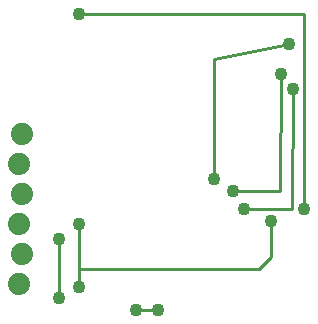
<source format=gbl>
G75*
%MOIN*%
%OFA0B0*%
%FSLAX25Y25*%
%IPPOS*%
%LPD*%
%AMOC8*
5,1,8,0,0,1.08239X$1,22.5*
%
%ADD10C,0.07400*%
%ADD11C,0.04356*%
%ADD12C,0.01000*%
D10*
X0026000Y0026000D03*
X0027000Y0036000D03*
X0026000Y0046000D03*
X0027000Y0056000D03*
X0026000Y0066000D03*
X0027000Y0076000D03*
D11*
X0046000Y0046000D03*
X0039500Y0041000D03*
X0046000Y0025000D03*
X0039500Y0021500D03*
X0065000Y0017500D03*
X0072500Y0017500D03*
X0101000Y0051000D03*
X0097500Y0057000D03*
X0091000Y0061000D03*
X0110000Y0047000D03*
X0121000Y0051000D03*
X0117500Y0091000D03*
X0113500Y0096000D03*
X0116000Y0106000D03*
X0046000Y0116000D03*
D12*
X0121000Y0116000D01*
X0121000Y0051000D01*
X0117000Y0051000D02*
X0117500Y0091000D01*
X0113500Y0096000D02*
X0113000Y0057000D01*
X0097500Y0057000D01*
X0101000Y0051000D02*
X0117000Y0051000D01*
X0110000Y0047000D02*
X0110000Y0035000D01*
X0106000Y0031000D01*
X0046000Y0031000D01*
X0046000Y0046000D01*
X0039500Y0041000D02*
X0039500Y0021500D01*
X0046000Y0025000D02*
X0046000Y0031000D01*
X0065000Y0017500D02*
X0072500Y0017500D01*
X0091000Y0061000D02*
X0091000Y0101000D01*
X0116000Y0106000D01*
M02*

</source>
